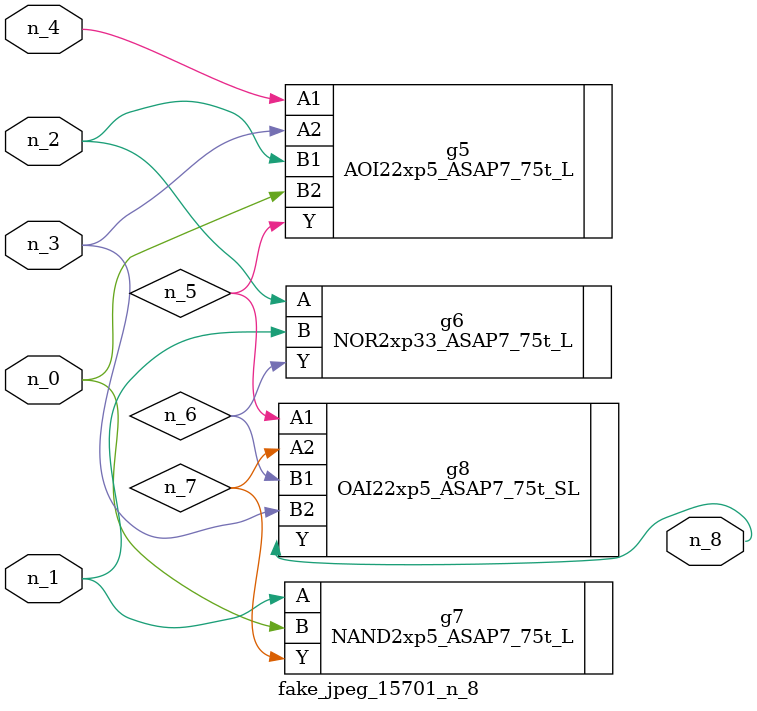
<source format=v>
module fake_jpeg_15701_n_8 (n_3, n_2, n_1, n_0, n_4, n_8);

input n_3;
input n_2;
input n_1;
input n_0;
input n_4;

output n_8;

wire n_6;
wire n_5;
wire n_7;

AOI22xp5_ASAP7_75t_L g5 ( 
.A1(n_4),
.A2(n_3),
.B1(n_2),
.B2(n_0),
.Y(n_5)
);

NOR2xp33_ASAP7_75t_L g6 ( 
.A(n_2),
.B(n_1),
.Y(n_6)
);

NAND2xp5_ASAP7_75t_L g7 ( 
.A(n_1),
.B(n_0),
.Y(n_7)
);

OAI22xp5_ASAP7_75t_SL g8 ( 
.A1(n_5),
.A2(n_7),
.B1(n_6),
.B2(n_3),
.Y(n_8)
);


endmodule
</source>
